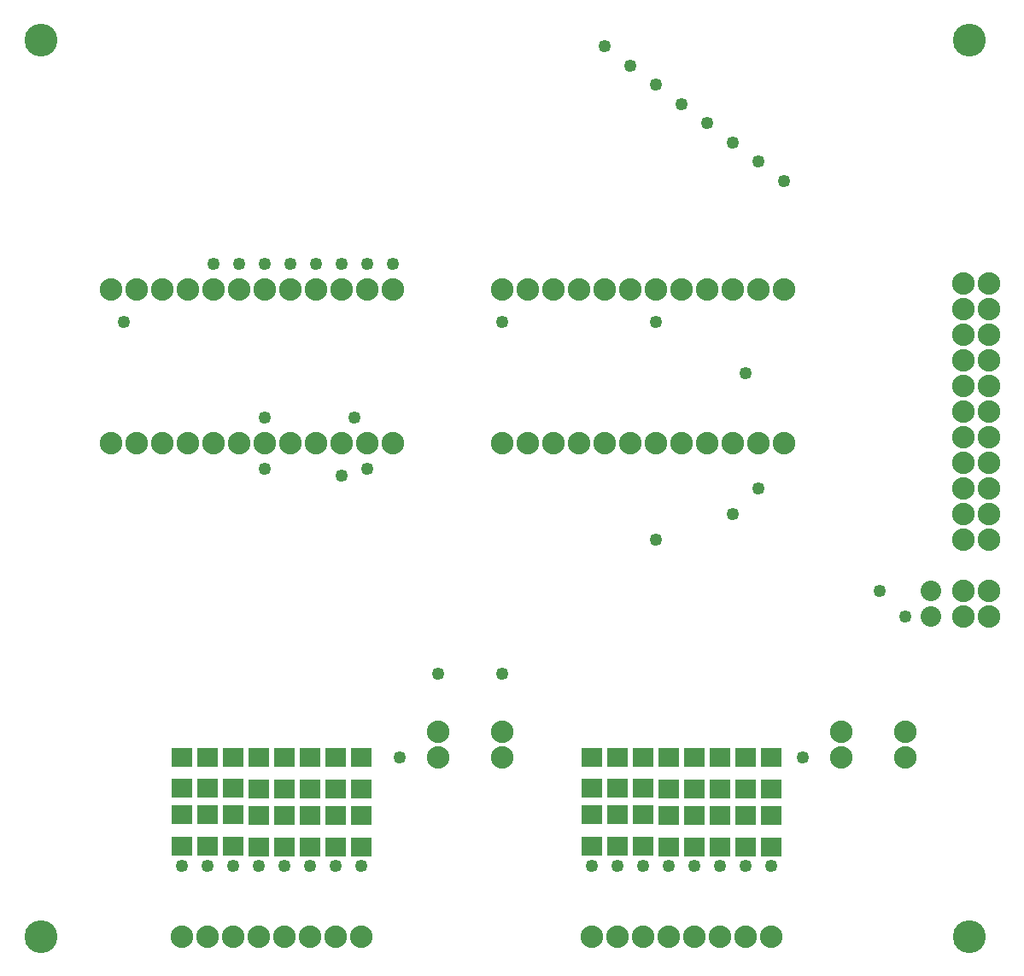
<source format=gts>
G04 MADE WITH FRITZING*
G04 WWW.FRITZING.ORG*
G04 DOUBLE SIDED*
G04 HOLES PLATED*
G04 CONTOUR ON CENTER OF CONTOUR VECTOR*
%ASAXBY*%
%FSLAX23Y23*%
%MOIN*%
%OFA0B0*%
%SFA1.0B1.0*%
%ADD10C,0.049370*%
%ADD11C,0.088000*%
%ADD12C,0.128110*%
%ADD13C,0.080000*%
%ADD14R,0.084803X0.072992*%
%LNMASK1*%
G90*
G70*
G54D10*
X468Y2522D03*
G54D11*
X1943Y919D03*
X1943Y819D03*
X1693Y919D03*
X1693Y819D03*
X3518Y919D03*
X3518Y819D03*
X3268Y919D03*
X3268Y819D03*
G54D10*
X1543Y819D03*
X3118Y819D03*
X1943Y1147D03*
X1693Y1147D03*
X2343Y3597D03*
X2443Y3522D03*
X2543Y3447D03*
X2643Y3372D03*
X2743Y3297D03*
X2843Y3222D03*
X2943Y3147D03*
X3043Y3072D03*
X1518Y2747D03*
X1418Y2747D03*
X1318Y2747D03*
X1218Y2747D03*
X1118Y2747D03*
X1018Y2747D03*
X918Y2747D03*
X818Y2747D03*
X2543Y1672D03*
X2843Y1772D03*
X2943Y1872D03*
X1368Y2147D03*
X1418Y1947D03*
X1318Y1922D03*
X1018Y1947D03*
X1018Y2147D03*
X1943Y2522D03*
G54D11*
X418Y2647D03*
X518Y2647D03*
X618Y2647D03*
X718Y2647D03*
X818Y2647D03*
X918Y2647D03*
X1018Y2647D03*
X1118Y2647D03*
X1218Y2647D03*
X1318Y2647D03*
X1418Y2647D03*
X1518Y2647D03*
X1943Y2647D03*
X2043Y2647D03*
X2143Y2647D03*
X2243Y2647D03*
X2343Y2647D03*
X2443Y2647D03*
X2543Y2647D03*
X2643Y2647D03*
X2743Y2647D03*
X2843Y2647D03*
X2943Y2647D03*
X3043Y2647D03*
X418Y2047D03*
X518Y2047D03*
X618Y2047D03*
X718Y2047D03*
X818Y2047D03*
X918Y2047D03*
X1018Y2047D03*
X1118Y2047D03*
X1218Y2047D03*
X1318Y2047D03*
X1418Y2047D03*
X1518Y2047D03*
X1943Y2047D03*
X2043Y2047D03*
X2143Y2047D03*
X2243Y2047D03*
X2343Y2047D03*
X2443Y2047D03*
X2543Y2047D03*
X2643Y2047D03*
X2743Y2047D03*
X2843Y2047D03*
X2943Y2047D03*
X3043Y2047D03*
G54D10*
X693Y397D03*
X793Y397D03*
X893Y397D03*
X993Y397D03*
X1093Y397D03*
X1193Y397D03*
X1293Y397D03*
X1393Y397D03*
X2293Y397D03*
X2393Y397D03*
X2493Y397D03*
X2593Y397D03*
X2693Y397D03*
X2793Y397D03*
X2893Y397D03*
X2993Y397D03*
G54D12*
X143Y122D03*
X143Y3622D03*
X3768Y3622D03*
X3768Y122D03*
G54D13*
X3618Y1472D03*
X3618Y1371D03*
G54D11*
X1093Y122D03*
X1193Y122D03*
X1293Y122D03*
X1393Y122D03*
X2593Y122D03*
X2493Y122D03*
X2393Y122D03*
X2293Y122D03*
X693Y122D03*
X793Y122D03*
X893Y122D03*
X993Y122D03*
X2993Y122D03*
X2893Y122D03*
X2793Y122D03*
X2693Y122D03*
X3843Y2672D03*
X3843Y2572D03*
X3843Y2472D03*
X3843Y2372D03*
X3843Y2272D03*
X3843Y2172D03*
X3843Y2072D03*
X3843Y1972D03*
X3843Y1872D03*
X3843Y1772D03*
X3843Y1672D03*
X3743Y2672D03*
X3743Y2572D03*
X3743Y2472D03*
X3743Y2372D03*
X3743Y2272D03*
X3743Y2172D03*
X3743Y2072D03*
X3743Y1972D03*
X3743Y1872D03*
X3743Y1772D03*
X3743Y1672D03*
X3843Y1472D03*
X3843Y1372D03*
X3743Y1472D03*
X3743Y1372D03*
G54D10*
X3518Y1372D03*
X2543Y2522D03*
X2893Y2322D03*
X3418Y1472D03*
G54D14*
X693Y475D03*
X693Y597D03*
X793Y475D03*
X793Y597D03*
X893Y475D03*
X893Y597D03*
X993Y472D03*
X993Y594D03*
X1093Y472D03*
X1093Y594D03*
X1193Y472D03*
X1193Y594D03*
X1293Y472D03*
X1293Y594D03*
X1393Y472D03*
X1393Y594D03*
X2293Y475D03*
X2293Y597D03*
X2393Y475D03*
X2393Y597D03*
X2493Y475D03*
X2493Y597D03*
X2593Y472D03*
X2593Y594D03*
X2693Y472D03*
X2693Y594D03*
X2793Y472D03*
X2793Y594D03*
X2893Y472D03*
X2893Y594D03*
X2993Y472D03*
X2993Y594D03*
X693Y700D03*
X693Y822D03*
X793Y700D03*
X793Y822D03*
X893Y700D03*
X893Y822D03*
X993Y697D03*
X993Y819D03*
X1093Y697D03*
X1093Y819D03*
X1193Y697D03*
X1193Y819D03*
X1293Y697D03*
X1293Y819D03*
X1393Y697D03*
X1393Y819D03*
X2293Y700D03*
X2293Y822D03*
X2393Y700D03*
X2393Y822D03*
X2493Y700D03*
X2493Y822D03*
X2593Y697D03*
X2593Y819D03*
X2693Y697D03*
X2693Y819D03*
X2793Y697D03*
X2793Y819D03*
X2893Y697D03*
X2893Y819D03*
X2993Y697D03*
X2993Y819D03*
G04 End of Mask1*
M02*
</source>
